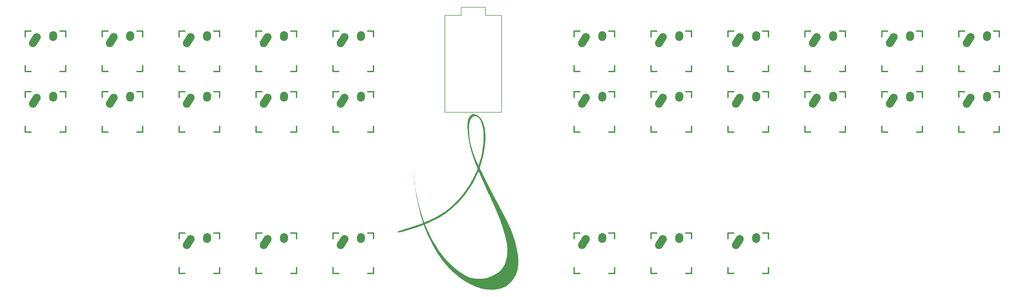
<source format=gbr>
G04 #@! TF.GenerationSoftware,KiCad,Pcbnew,7.0.11*
G04 #@! TF.CreationDate,2024-06-12T14:29:07-04:00*
G04 #@! TF.ProjectId,StenoBoard,5374656e-6f42-46f6-9172-642e6b696361,rev?*
G04 #@! TF.SameCoordinates,Original*
G04 #@! TF.FileFunction,Legend,Top*
G04 #@! TF.FilePolarity,Positive*
%FSLAX46Y46*%
G04 Gerber Fmt 4.6, Leading zero omitted, Abs format (unit mm)*
G04 Created by KiCad (PCBNEW 7.0.11) date 2024-06-12 14:29:07*
%MOMM*%
%LPD*%
G01*
G04 APERTURE LIST*
G04 Aperture macros list*
%AMHorizOval*
0 Thick line with rounded ends*
0 $1 width*
0 $2 $3 position (X,Y) of the first rounded end (center of the circle)*
0 $4 $5 position (X,Y) of the second rounded end (center of the circle)*
0 Add line between two ends*
20,1,$1,$2,$3,$4,$5,0*
0 Add two circle primitives to create the rounded ends*
1,1,$1,$2,$3*
1,1,$1,$4,$5*%
G04 Aperture macros list end*
%ADD10C,0.381000*%
%ADD11C,0.150000*%
%ADD12HorizOval,2.500000X-0.604462X-0.948815X0.604462X0.948815X0*%
%ADD13HorizOval,2.500000X-0.019724X-0.289328X0.019724X0.289328X0*%
G04 APERTURE END LIST*
D10*
X247730000Y-93690000D02*
X249508000Y-93690000D01*
X247730000Y-95468000D02*
X247730000Y-93690000D01*
X247730000Y-106390000D02*
X247730000Y-104612000D01*
X249508000Y-106390000D02*
X247730000Y-106390000D01*
X258652000Y-93690000D02*
X260430000Y-93690000D01*
X260430000Y-93690000D02*
X260430000Y-95468000D01*
X260430000Y-104612000D02*
X260430000Y-106390000D01*
X260430000Y-106390000D02*
X258652000Y-106390000D01*
X51435000Y-112740000D02*
X53213000Y-112740000D01*
X51435000Y-114518000D02*
X51435000Y-112740000D01*
X51435000Y-125440000D02*
X51435000Y-123662000D01*
X53213000Y-125440000D02*
X51435000Y-125440000D01*
X62357000Y-112740000D02*
X64135000Y-112740000D01*
X64135000Y-112740000D02*
X64135000Y-114518000D01*
X64135000Y-123662000D02*
X64135000Y-125440000D01*
X64135000Y-125440000D02*
X62357000Y-125440000D01*
X223600000Y-157190000D02*
X225378000Y-157190000D01*
X223600000Y-158968000D02*
X223600000Y-157190000D01*
X223600000Y-169890000D02*
X223600000Y-168112000D01*
X225378000Y-169890000D02*
X223600000Y-169890000D01*
X234522000Y-157190000D02*
X236300000Y-157190000D01*
X236300000Y-157190000D02*
X236300000Y-158968000D01*
X236300000Y-168112000D02*
X236300000Y-169890000D01*
X236300000Y-169890000D02*
X234522000Y-169890000D01*
X344250000Y-112740000D02*
X346028000Y-112740000D01*
X344250000Y-114518000D02*
X344250000Y-112740000D01*
X344250000Y-125440000D02*
X344250000Y-123662000D01*
X346028000Y-125440000D02*
X344250000Y-125440000D01*
X355172000Y-112740000D02*
X356950000Y-112740000D01*
X356950000Y-112740000D02*
X356950000Y-114518000D01*
X356950000Y-123662000D02*
X356950000Y-125440000D01*
X356950000Y-125440000D02*
X355172000Y-125440000D01*
X295990000Y-93690000D02*
X297768000Y-93690000D01*
X295990000Y-95468000D02*
X295990000Y-93690000D01*
X295990000Y-106390000D02*
X295990000Y-104612000D01*
X297768000Y-106390000D02*
X295990000Y-106390000D01*
X306912000Y-93690000D02*
X308690000Y-93690000D01*
X308690000Y-93690000D02*
X308690000Y-95468000D01*
X308690000Y-104612000D02*
X308690000Y-106390000D01*
X308690000Y-106390000D02*
X306912000Y-106390000D01*
X247730000Y-157190000D02*
X249508000Y-157190000D01*
X247730000Y-158968000D02*
X247730000Y-157190000D01*
X247730000Y-169890000D02*
X247730000Y-168112000D01*
X249508000Y-169890000D02*
X247730000Y-169890000D01*
X258652000Y-157190000D02*
X260430000Y-157190000D01*
X260430000Y-157190000D02*
X260430000Y-158968000D01*
X260430000Y-168112000D02*
X260430000Y-169890000D01*
X260430000Y-169890000D02*
X258652000Y-169890000D01*
X320120000Y-93690000D02*
X321898000Y-93690000D01*
X320120000Y-95468000D02*
X320120000Y-93690000D01*
X320120000Y-106390000D02*
X320120000Y-104612000D01*
X321898000Y-106390000D02*
X320120000Y-106390000D01*
X331042000Y-93690000D02*
X332820000Y-93690000D01*
X332820000Y-93690000D02*
X332820000Y-95468000D01*
X332820000Y-104612000D02*
X332820000Y-106390000D01*
X332820000Y-106390000D02*
X331042000Y-106390000D01*
X123825000Y-93690000D02*
X125603000Y-93690000D01*
X123825000Y-95468000D02*
X123825000Y-93690000D01*
X123825000Y-106390000D02*
X123825000Y-104612000D01*
X125603000Y-106390000D02*
X123825000Y-106390000D01*
X134747000Y-93690000D02*
X136525000Y-93690000D01*
X136525000Y-93690000D02*
X136525000Y-95468000D01*
X136525000Y-104612000D02*
X136525000Y-106390000D01*
X136525000Y-106390000D02*
X134747000Y-106390000D01*
X247730000Y-112740000D02*
X249508000Y-112740000D01*
X247730000Y-114518000D02*
X247730000Y-112740000D01*
X247730000Y-125440000D02*
X247730000Y-123662000D01*
X249508000Y-125440000D02*
X247730000Y-125440000D01*
X258652000Y-112740000D02*
X260430000Y-112740000D01*
X260430000Y-112740000D02*
X260430000Y-114518000D01*
X260430000Y-123662000D02*
X260430000Y-125440000D01*
X260430000Y-125440000D02*
X258652000Y-125440000D01*
X99695000Y-112740000D02*
X101473000Y-112740000D01*
X99695000Y-114518000D02*
X99695000Y-112740000D01*
X99695000Y-125440000D02*
X99695000Y-123662000D01*
X101473000Y-125440000D02*
X99695000Y-125440000D01*
X110617000Y-112740000D02*
X112395000Y-112740000D01*
X112395000Y-112740000D02*
X112395000Y-114518000D01*
X112395000Y-123662000D02*
X112395000Y-125440000D01*
X112395000Y-125440000D02*
X110617000Y-125440000D01*
X123825000Y-157190000D02*
X125603000Y-157190000D01*
X123825000Y-158968000D02*
X123825000Y-157190000D01*
X123825000Y-169890000D02*
X123825000Y-168112000D01*
X125603000Y-169890000D02*
X123825000Y-169890000D01*
X134747000Y-157190000D02*
X136525000Y-157190000D01*
X136525000Y-157190000D02*
X136525000Y-158968000D01*
X136525000Y-168112000D02*
X136525000Y-169890000D01*
X136525000Y-169890000D02*
X134747000Y-169890000D01*
X99695000Y-93690000D02*
X101473000Y-93690000D01*
X99695000Y-95468000D02*
X99695000Y-93690000D01*
X99695000Y-106390000D02*
X99695000Y-104612000D01*
X101473000Y-106390000D02*
X99695000Y-106390000D01*
X110617000Y-93690000D02*
X112395000Y-93690000D01*
X112395000Y-93690000D02*
X112395000Y-95468000D01*
X112395000Y-104612000D02*
X112395000Y-106390000D01*
X112395000Y-106390000D02*
X110617000Y-106390000D01*
X271860000Y-112740000D02*
X273638000Y-112740000D01*
X271860000Y-114518000D02*
X271860000Y-112740000D01*
X271860000Y-125440000D02*
X271860000Y-123662000D01*
X273638000Y-125440000D02*
X271860000Y-125440000D01*
X282782000Y-112740000D02*
X284560000Y-112740000D01*
X284560000Y-112740000D02*
X284560000Y-114518000D01*
X284560000Y-123662000D02*
X284560000Y-125440000D01*
X284560000Y-125440000D02*
X282782000Y-125440000D01*
X51435000Y-93690000D02*
X53213000Y-93690000D01*
X51435000Y-95468000D02*
X51435000Y-93690000D01*
X51435000Y-106390000D02*
X51435000Y-104612000D01*
X53213000Y-106390000D02*
X51435000Y-106390000D01*
X62357000Y-93690000D02*
X64135000Y-93690000D01*
X64135000Y-93690000D02*
X64135000Y-95468000D01*
X64135000Y-104612000D02*
X64135000Y-106390000D01*
X64135000Y-106390000D02*
X62357000Y-106390000D01*
X223600000Y-112740000D02*
X225378000Y-112740000D01*
X223600000Y-114518000D02*
X223600000Y-112740000D01*
X223600000Y-125440000D02*
X223600000Y-123662000D01*
X225378000Y-125440000D02*
X223600000Y-125440000D01*
X234522000Y-112740000D02*
X236300000Y-112740000D01*
X236300000Y-112740000D02*
X236300000Y-114518000D01*
X236300000Y-123662000D02*
X236300000Y-125440000D01*
X236300000Y-125440000D02*
X234522000Y-125440000D01*
X320120000Y-112740000D02*
X321898000Y-112740000D01*
X320120000Y-114518000D02*
X320120000Y-112740000D01*
X320120000Y-125440000D02*
X320120000Y-123662000D01*
X321898000Y-125440000D02*
X320120000Y-125440000D01*
X331042000Y-112740000D02*
X332820000Y-112740000D01*
X332820000Y-112740000D02*
X332820000Y-114518000D01*
X332820000Y-123662000D02*
X332820000Y-125440000D01*
X332820000Y-125440000D02*
X331042000Y-125440000D01*
D11*
X195859400Y-86233000D02*
X195859400Y-88773000D01*
X188239400Y-86233000D02*
X195859400Y-86233000D01*
X200939400Y-88773000D02*
X200939400Y-119253000D01*
X195859400Y-88773000D02*
X200939400Y-88773000D01*
X188239400Y-88773000D02*
X188239400Y-86233000D01*
X183159400Y-88773000D02*
X188239400Y-88773000D01*
X183159400Y-88773000D02*
X183159400Y-119253000D01*
X200939400Y-119253000D02*
X183159400Y-119253000D01*
G36*
X173315243Y-137229283D02*
G01*
X173320989Y-137304610D01*
X173311438Y-137321662D01*
X173289532Y-137307287D01*
X173286124Y-137258403D01*
X173297894Y-137206974D01*
X173315243Y-137229283D01*
G37*
G36*
X173313334Y-137483987D02*
G01*
X173315719Y-137492274D01*
X173322775Y-137597262D01*
X173313933Y-137636866D01*
X173298111Y-137638468D01*
X173291648Y-137563017D01*
X173291715Y-137551603D01*
X173298664Y-137476851D01*
X173313334Y-137483987D01*
G37*
G36*
X173365101Y-138070387D02*
G01*
X173373030Y-138212926D01*
X173364444Y-138311374D01*
X173353155Y-138330768D01*
X173345879Y-138267620D01*
X173344301Y-138178169D01*
X173347908Y-138068812D01*
X173356544Y-138036826D01*
X173365101Y-138070387D01*
G37*
G36*
X192276048Y-119828932D02*
G01*
X192416611Y-119849016D01*
X192570512Y-119891147D01*
X192763275Y-119962131D01*
X192986130Y-120054213D01*
X193417352Y-120256243D01*
X193775184Y-120471848D01*
X194076266Y-120717150D01*
X194337239Y-121008270D01*
X194574744Y-121361327D01*
X194805422Y-121792444D01*
X194827680Y-121838242D01*
X195114431Y-122493654D01*
X195348719Y-123167625D01*
X195533339Y-123873439D01*
X195671087Y-124624379D01*
X195764757Y-125433730D01*
X195817145Y-126314775D01*
X195824826Y-126577386D01*
X195829437Y-127335512D01*
X195806583Y-128088217D01*
X195754620Y-128852052D01*
X195671902Y-129643569D01*
X195556787Y-130479323D01*
X195407628Y-131375865D01*
X195280407Y-132057106D01*
X195134299Y-132754517D01*
X194957952Y-133504685D01*
X194759761Y-134275836D01*
X194548121Y-135036198D01*
X194331426Y-135753997D01*
X194185300Y-136202077D01*
X194022426Y-136684051D01*
X194408766Y-137479307D01*
X194561380Y-137792180D01*
X194744251Y-138164957D01*
X194952357Y-138587551D01*
X195180677Y-139049876D01*
X195424189Y-139541847D01*
X195677873Y-140053376D01*
X195936707Y-140574377D01*
X196195669Y-141094765D01*
X196449739Y-141604454D01*
X196693894Y-142093357D01*
X196923114Y-142551388D01*
X197132377Y-142968461D01*
X197316662Y-143334490D01*
X197470948Y-143639388D01*
X197590212Y-143873070D01*
X197636077Y-143961850D01*
X198029132Y-144717508D01*
X198401960Y-145433914D01*
X198750115Y-146102529D01*
X199069148Y-146714818D01*
X199354613Y-147262242D01*
X199602062Y-147736264D01*
X199694954Y-147914032D01*
X200026133Y-148546482D01*
X200338170Y-149140199D01*
X200628210Y-149689841D01*
X200893398Y-150190067D01*
X201130881Y-150635538D01*
X201337804Y-151020913D01*
X201511311Y-151340851D01*
X201648550Y-151590011D01*
X201746664Y-151763053D01*
X201794435Y-151842115D01*
X201855473Y-151947159D01*
X201946867Y-152117843D01*
X202057484Y-152332800D01*
X202176187Y-152570661D01*
X202208829Y-152637372D01*
X202319757Y-152861263D01*
X202417863Y-153052087D01*
X202494707Y-153193963D01*
X202541850Y-153271011D01*
X202550456Y-153280103D01*
X202566032Y-153326736D01*
X202559661Y-153340350D01*
X202568560Y-153381387D01*
X202586303Y-153384430D01*
X202619148Y-153412458D01*
X202612946Y-153428511D01*
X202613163Y-153482051D01*
X202622884Y-153488758D01*
X202658726Y-153537360D01*
X202721354Y-153652408D01*
X202799076Y-153811964D01*
X202824121Y-153866404D01*
X202906365Y-154038468D01*
X202979711Y-154175760D01*
X203031344Y-154254752D01*
X203040277Y-154263294D01*
X203063558Y-154295394D01*
X203050326Y-154299442D01*
X203039340Y-154328983D01*
X203061957Y-154364861D01*
X203092532Y-154435141D01*
X203083924Y-154461256D01*
X203089741Y-154490123D01*
X203111286Y-154492969D01*
X203149061Y-154519070D01*
X203143117Y-154537050D01*
X203151364Y-154589982D01*
X203166513Y-154598011D01*
X203209873Y-154653734D01*
X203225267Y-154722621D01*
X203246067Y-154807045D01*
X203271323Y-154830351D01*
X203302286Y-154862951D01*
X203301729Y-154866499D01*
X203316636Y-154925741D01*
X203362965Y-155045444D01*
X203427147Y-155191831D01*
X203522013Y-155405322D01*
X203632616Y-155665954D01*
X203754069Y-155961015D01*
X203881487Y-156277795D01*
X204009982Y-156603583D01*
X204134667Y-156925668D01*
X204250657Y-157231340D01*
X204353064Y-157507886D01*
X204437002Y-157742597D01*
X204497584Y-157922761D01*
X204529924Y-158035667D01*
X204532956Y-158068213D01*
X204545296Y-158104822D01*
X204564707Y-158107770D01*
X204599359Y-158142713D01*
X204593162Y-158180066D01*
X204592161Y-158242128D01*
X204612104Y-158252362D01*
X204653146Y-158280234D01*
X204653082Y-158288510D01*
X204659106Y-158360806D01*
X204681444Y-158439445D01*
X204682888Y-158445151D01*
X204702461Y-158502010D01*
X204704649Y-158505398D01*
X204722486Y-158556182D01*
X204730901Y-158589743D01*
X204753654Y-158664855D01*
X204800979Y-158806403D01*
X204864682Y-158990168D01*
X204902077Y-159095816D01*
X204971146Y-159295542D01*
X205027438Y-159469480D01*
X205062780Y-159591839D01*
X205070093Y-159625986D01*
X205088702Y-159716362D01*
X205126147Y-159870192D01*
X205175208Y-160058125D01*
X205188704Y-160107960D01*
X205239991Y-160298573D01*
X205282409Y-160461142D01*
X205308511Y-160566986D01*
X205311718Y-160581734D01*
X205341958Y-160704571D01*
X205360396Y-160767272D01*
X205393619Y-160900975D01*
X205405215Y-160968261D01*
X205447787Y-161218348D01*
X205500829Y-161431231D01*
X205523515Y-161498249D01*
X205549473Y-161593790D01*
X205546014Y-161638635D01*
X205545253Y-161694481D01*
X205574241Y-161794084D01*
X205619488Y-161945294D01*
X205646214Y-162077903D01*
X205693937Y-162351475D01*
X205739474Y-162533727D01*
X205763997Y-162635782D01*
X205790308Y-162773885D01*
X205791820Y-162782912D01*
X205827876Y-162997775D01*
X205857332Y-163164480D01*
X205888693Y-163330071D01*
X205913787Y-163457675D01*
X205948099Y-163642659D01*
X205976935Y-163818360D01*
X205987136Y-163891451D01*
X206007519Y-164050941D01*
X206031984Y-164235049D01*
X206037706Y-164277030D01*
X206059992Y-164440067D01*
X206079335Y-164582567D01*
X206083621Y-164614411D01*
X206141915Y-165185383D01*
X206171446Y-165794908D01*
X206173067Y-166420440D01*
X206147632Y-167039432D01*
X206095994Y-167629337D01*
X206019007Y-168167608D01*
X205933921Y-168569094D01*
X205893019Y-168734222D01*
X205860468Y-168872573D01*
X205848020Y-168930574D01*
X205819574Y-169048569D01*
X205804631Y-169096764D01*
X205779973Y-169171275D01*
X205733714Y-169314555D01*
X205673299Y-169503457D01*
X205627899Y-169646253D01*
X205498165Y-170023403D01*
X205354524Y-170371288D01*
X205185240Y-170712871D01*
X204978577Y-171071113D01*
X204722798Y-171468976D01*
X204614047Y-171629822D01*
X204500216Y-171794984D01*
X204401780Y-171932124D01*
X204306205Y-172055616D01*
X204200953Y-172179834D01*
X204073491Y-172319155D01*
X203911283Y-172487952D01*
X203701793Y-172700601D01*
X203526152Y-172877369D01*
X203222406Y-173179505D01*
X202968045Y-173422667D01*
X202746856Y-173618515D01*
X202542628Y-173778707D01*
X202339149Y-173914902D01*
X202120205Y-174038760D01*
X201869586Y-174161940D01*
X201571078Y-174296100D01*
X201525962Y-174315803D01*
X200917933Y-174544211D01*
X200234660Y-174734050D01*
X199490812Y-174881506D01*
X199167327Y-174929416D01*
X199027726Y-174943542D01*
X198828591Y-174957655D01*
X198587682Y-174971131D01*
X198322759Y-174983348D01*
X198051585Y-174993681D01*
X197791920Y-175001506D01*
X197561525Y-175006201D01*
X197378161Y-175007141D01*
X197259589Y-175003702D01*
X197223611Y-174997673D01*
X197174059Y-174991794D01*
X197046427Y-174982645D01*
X196858930Y-174971386D01*
X196629781Y-174959176D01*
X196579992Y-174956694D01*
X196335644Y-174943790D01*
X196120491Y-174930826D01*
X195955881Y-174919201D01*
X195863166Y-174910314D01*
X195857032Y-174909349D01*
X195751274Y-174890235D01*
X195605307Y-174863606D01*
X195573590Y-174857793D01*
X195415802Y-174829112D01*
X195277656Y-174804421D01*
X195260307Y-174801376D01*
X195120331Y-174771018D01*
X194916465Y-174719628D01*
X194676800Y-174655023D01*
X194429424Y-174585016D01*
X194202425Y-174517423D01*
X194023892Y-174460059D01*
X193986938Y-174447084D01*
X193838524Y-174395380D01*
X193629118Y-174324932D01*
X193389636Y-174246054D01*
X193207887Y-174187246D01*
X192936054Y-174094305D01*
X192642817Y-173984790D01*
X192372391Y-173875580D01*
X192243940Y-173819266D01*
X191996670Y-173704227D01*
X191727486Y-173575790D01*
X191450331Y-173440968D01*
X191179148Y-173306771D01*
X190927880Y-173180209D01*
X190710468Y-173068293D01*
X190540855Y-172978034D01*
X190432984Y-172916441D01*
X190400408Y-172892305D01*
X190345612Y-172856241D01*
X190342736Y-172856157D01*
X190291834Y-172832774D01*
X190176154Y-172769514D01*
X190013203Y-172676711D01*
X189820490Y-172564698D01*
X189615520Y-172443809D01*
X189415802Y-172324377D01*
X189238843Y-172216736D01*
X189102150Y-172131219D01*
X189023231Y-172078160D01*
X189018751Y-172074687D01*
X188964860Y-172034919D01*
X188846604Y-171949572D01*
X188678224Y-171828862D01*
X188473959Y-171683006D01*
X188319890Y-171573295D01*
X187444510Y-170918028D01*
X186559583Y-170193667D01*
X185688983Y-169421535D01*
X184856582Y-168622953D01*
X184086255Y-167819244D01*
X183956459Y-167676154D01*
X183787999Y-167488889D01*
X183635839Y-167319968D01*
X183515220Y-167186292D01*
X183441378Y-167104764D01*
X183435012Y-167097786D01*
X183341936Y-166990742D01*
X183202847Y-166824203D01*
X183031028Y-166614677D01*
X182839760Y-166378671D01*
X182642324Y-166132692D01*
X182452002Y-165893246D01*
X182282076Y-165676841D01*
X182145827Y-165499983D01*
X182096128Y-165433766D01*
X181103329Y-164018209D01*
X180163872Y-162525208D01*
X179277313Y-160953929D01*
X178443209Y-159303532D01*
X177661117Y-157573183D01*
X176930594Y-155762044D01*
X176815048Y-155455555D01*
X176497409Y-154604841D01*
X175962254Y-154817191D01*
X175672601Y-154927522D01*
X175304042Y-155060619D01*
X174870164Y-155212094D01*
X174384552Y-155377554D01*
X173860792Y-155552610D01*
X173312468Y-155732871D01*
X172753166Y-155913946D01*
X172196471Y-156091445D01*
X171655969Y-156260977D01*
X171145245Y-156418151D01*
X170677884Y-156558578D01*
X170267472Y-156677866D01*
X169927593Y-156771625D01*
X169860307Y-156789251D01*
X169575753Y-156856631D01*
X169281186Y-156915859D01*
X169010608Y-156960686D01*
X168798024Y-156984859D01*
X168795311Y-156985041D01*
X168593856Y-156996846D01*
X168465689Y-156996953D01*
X168388008Y-156981329D01*
X168338012Y-156945937D01*
X168300352Y-156897442D01*
X168254044Y-156822361D01*
X168262292Y-156776065D01*
X168339107Y-156731839D01*
X168401401Y-156704803D01*
X168535650Y-156652742D01*
X168725056Y-156585755D01*
X168932527Y-156516881D01*
X168968656Y-156505376D01*
X169669094Y-156282881D01*
X170369043Y-156058481D01*
X171060652Y-155834807D01*
X171736068Y-155614487D01*
X172387442Y-155400151D01*
X173006920Y-155194427D01*
X173586652Y-154999945D01*
X174118786Y-154819334D01*
X174595471Y-154655222D01*
X175008855Y-154510240D01*
X175216326Y-154435538D01*
X176938480Y-154435538D01*
X176942567Y-154494984D01*
X176984908Y-154631934D01*
X177061468Y-154837269D01*
X177168215Y-155101870D01*
X177301116Y-155416616D01*
X177456136Y-155772389D01*
X177629244Y-156160067D01*
X177816405Y-156570532D01*
X178013587Y-156994664D01*
X178216757Y-157423343D01*
X178421880Y-157847450D01*
X178624924Y-158257864D01*
X178658462Y-158324658D01*
X179095049Y-159163675D01*
X179560786Y-160005924D01*
X180047080Y-160837828D01*
X180545337Y-161645809D01*
X181046963Y-162416287D01*
X181543365Y-163135685D01*
X182025949Y-163790425D01*
X182471412Y-164349326D01*
X182600217Y-164505276D01*
X182743772Y-164681328D01*
X182806461Y-164759003D01*
X182979497Y-164964754D01*
X183209736Y-165224081D01*
X183484645Y-165524011D01*
X183791692Y-165851569D01*
X184118345Y-166193782D01*
X184452073Y-166537675D01*
X184780342Y-166870274D01*
X185090621Y-167178606D01*
X185370377Y-167449696D01*
X185607079Y-167670571D01*
X185692915Y-167747239D01*
X186750691Y-168630046D01*
X187825220Y-169435277D01*
X188942386Y-170181315D01*
X190054994Y-170845309D01*
X190183968Y-170909723D01*
X190356428Y-170984420D01*
X190551020Y-171061601D01*
X190746387Y-171133467D01*
X190921173Y-171192220D01*
X191054023Y-171230059D01*
X191123582Y-171239188D01*
X191127814Y-171237100D01*
X191183646Y-171236353D01*
X191283244Y-171265347D01*
X191426702Y-171308450D01*
X191587890Y-171342140D01*
X191591162Y-171342645D01*
X191746298Y-171367144D01*
X191881766Y-171389787D01*
X191886493Y-171390618D01*
X192036306Y-171416504D01*
X192127480Y-171431842D01*
X192217822Y-171449781D01*
X192247973Y-171460559D01*
X192291601Y-171471974D01*
X192424241Y-171488453D01*
X192648531Y-171510290D01*
X192872196Y-171529828D01*
X193042339Y-171547334D01*
X193171254Y-171566410D01*
X193232025Y-171583042D01*
X193232672Y-171583613D01*
X193267889Y-171573579D01*
X193275279Y-171557541D01*
X193322121Y-171529347D01*
X193343444Y-171537548D01*
X193405351Y-171548616D01*
X193539897Y-171558156D01*
X193727369Y-171565931D01*
X193948052Y-171571700D01*
X194182232Y-171575225D01*
X194410195Y-171576267D01*
X194612227Y-171574588D01*
X194768612Y-171569947D01*
X194859638Y-171562107D01*
X194874720Y-171556105D01*
X194918303Y-171542754D01*
X195030737Y-171534946D01*
X195139806Y-171534052D01*
X195284957Y-171528917D01*
X195381245Y-171512185D01*
X195404899Y-171495059D01*
X195434805Y-171474171D01*
X195452029Y-171481873D01*
X195521939Y-171485759D01*
X195648825Y-171463687D01*
X195737022Y-171440362D01*
X195876634Y-171404944D01*
X195974753Y-171391272D01*
X196001097Y-171395935D01*
X196060992Y-171401159D01*
X196113731Y-171384813D01*
X196210809Y-171345600D01*
X196248353Y-171332307D01*
X196472294Y-171260608D01*
X196687310Y-171189680D01*
X196868876Y-171127793D01*
X196992465Y-171083212D01*
X197019510Y-171072363D01*
X197278412Y-170962056D01*
X197459197Y-170887760D01*
X197571523Y-170845646D01*
X197625049Y-170831884D01*
X197625983Y-170831869D01*
X197686216Y-170809062D01*
X197800806Y-170750050D01*
X197909040Y-170688527D01*
X198037966Y-170617156D01*
X198126113Y-170577245D01*
X198152148Y-170575504D01*
X198181756Y-170571316D01*
X198240404Y-170525951D01*
X198318363Y-170476747D01*
X198360898Y-170478316D01*
X198390553Y-170473730D01*
X198393135Y-170454323D01*
X198424015Y-170401248D01*
X198439191Y-170398093D01*
X198504236Y-170372963D01*
X198613791Y-170309700D01*
X198663584Y-170277071D01*
X198775018Y-170208988D01*
X198850020Y-170177137D01*
X198864252Y-170178381D01*
X198910944Y-170167620D01*
X198957027Y-170130269D01*
X199032586Y-170084560D01*
X199071783Y-170087211D01*
X199113029Y-170078460D01*
X199116095Y-170060711D01*
X199145454Y-170029281D01*
X199164292Y-170036613D01*
X199208907Y-170037475D01*
X199212489Y-170023503D01*
X199251021Y-169973893D01*
X199343809Y-169914339D01*
X199345032Y-169913720D01*
X199463925Y-169846292D01*
X199615883Y-169749961D01*
X199780962Y-169638755D01*
X199939219Y-169526701D01*
X200070711Y-169427830D01*
X200155494Y-169356167D01*
X200176436Y-169328904D01*
X200215599Y-169293958D01*
X200248732Y-169289554D01*
X200311953Y-169250751D01*
X200321028Y-169214413D01*
X200340523Y-169161796D01*
X200360628Y-169163747D01*
X200415403Y-169149655D01*
X200487611Y-169085244D01*
X200546025Y-169003404D01*
X200562015Y-168951621D01*
X200601061Y-168909348D01*
X200634311Y-168903975D01*
X200698470Y-168879267D01*
X200706607Y-168858261D01*
X200736718Y-168795621D01*
X200810807Y-168700532D01*
X200827100Y-168682532D01*
X200907228Y-168578724D01*
X200946724Y-168493529D01*
X200947594Y-168484415D01*
X200972881Y-168440181D01*
X200995791Y-168446100D01*
X201037053Y-168435174D01*
X201043988Y-168400747D01*
X201075178Y-168309550D01*
X201128334Y-168236455D01*
X201277017Y-168067334D01*
X201351306Y-167952086D01*
X201355881Y-167889581D01*
X201368111Y-167850191D01*
X201402624Y-167843633D01*
X201468332Y-167806299D01*
X201477764Y-167771337D01*
X201503790Y-167707198D01*
X201525962Y-167699041D01*
X201565121Y-167658674D01*
X201574159Y-167602647D01*
X201592011Y-167524292D01*
X201616735Y-167506252D01*
X201659471Y-167466385D01*
X201701663Y-167376569D01*
X201724381Y-167281476D01*
X201723964Y-167253216D01*
X201755192Y-167218194D01*
X201766949Y-167217068D01*
X201809708Y-167178030D01*
X201815146Y-167144772D01*
X201841171Y-167080632D01*
X201863343Y-167072476D01*
X201903858Y-167032567D01*
X201911541Y-166985721D01*
X201942056Y-166878808D01*
X201969377Y-166841129D01*
X201996998Y-166792487D01*
X201981427Y-166782554D01*
X201969980Y-166762833D01*
X201989754Y-166746406D01*
X202019909Y-166691121D01*
X202069093Y-166563024D01*
X202131054Y-166382322D01*
X202199543Y-166169225D01*
X202268309Y-165943940D01*
X202331099Y-165726675D01*
X202381665Y-165537639D01*
X202413755Y-165397041D01*
X202420704Y-165353194D01*
X202440214Y-165224994D01*
X202462246Y-165112207D01*
X202519009Y-164811120D01*
X202571984Y-164440219D01*
X202607867Y-164132438D01*
X202629202Y-163938984D01*
X202650712Y-163749175D01*
X202659403Y-163674563D01*
X202672076Y-163502934D01*
X202680169Y-163256477D01*
X202683897Y-162956644D01*
X202683471Y-162624881D01*
X202679104Y-162282639D01*
X202671010Y-161951367D01*
X202659402Y-161652512D01*
X202644491Y-161407525D01*
X202635965Y-161312893D01*
X202596005Y-160943963D01*
X202558584Y-160619527D01*
X202525113Y-160350539D01*
X202496998Y-160147950D01*
X202475648Y-160022712D01*
X202465493Y-159986954D01*
X202444299Y-159921495D01*
X202419625Y-159806006D01*
X202418246Y-159798272D01*
X202393670Y-159677528D01*
X202351429Y-159488270D01*
X202297277Y-159254560D01*
X202236973Y-159000463D01*
X202176272Y-158750042D01*
X202120932Y-158527363D01*
X202076708Y-158356488D01*
X202054194Y-158276461D01*
X202026217Y-158177994D01*
X201980107Y-158007619D01*
X201921595Y-157786826D01*
X201856408Y-157537100D01*
X201835724Y-157457106D01*
X201682191Y-156881773D01*
X201520064Y-156315819D01*
X201343073Y-155739415D01*
X201144948Y-155132729D01*
X200919418Y-154475929D01*
X200685169Y-153818206D01*
X200576954Y-153517497D01*
X200469531Y-153217148D01*
X200371456Y-152941214D01*
X200291285Y-152713749D01*
X200247968Y-152589174D01*
X200166973Y-152367702D01*
X200050825Y-152070168D01*
X199904476Y-151708166D01*
X199732876Y-151293288D01*
X199540978Y-150837129D01*
X199333734Y-150351281D01*
X199116095Y-149847339D01*
X198893014Y-149336896D01*
X198669441Y-148831545D01*
X198450330Y-148342879D01*
X198240631Y-147882493D01*
X198199660Y-147793539D01*
X197851529Y-147037940D01*
X197499041Y-146270425D01*
X197145781Y-145498923D01*
X196795334Y-144731361D01*
X196451284Y-143975666D01*
X196117216Y-143239767D01*
X195796715Y-142531590D01*
X195493365Y-141859064D01*
X195210752Y-141230117D01*
X194952461Y-140652675D01*
X194722075Y-140134666D01*
X194523180Y-139684019D01*
X194359360Y-139308661D01*
X194287622Y-139142115D01*
X194142471Y-138804359D01*
X194008588Y-138495322D01*
X193890881Y-138226133D01*
X193794255Y-138007919D01*
X193723616Y-137851808D01*
X193683868Y-137768926D01*
X193677790Y-137758845D01*
X193649686Y-137789775D01*
X193591422Y-137896393D01*
X193509547Y-138065254D01*
X193410609Y-138282914D01*
X193313884Y-138505903D01*
X192604206Y-140053878D01*
X191812511Y-141551737D01*
X190940293Y-142997506D01*
X189989048Y-144389210D01*
X188960270Y-145724878D01*
X187855454Y-147002533D01*
X186676095Y-148220203D01*
X185423687Y-149375914D01*
X184488201Y-150159990D01*
X183803643Y-150692531D01*
X183110422Y-151193074D01*
X182396836Y-151668394D01*
X181651184Y-152125268D01*
X180861766Y-152570471D01*
X180016879Y-153010780D01*
X179104823Y-153452970D01*
X178113897Y-153903817D01*
X177740573Y-154067388D01*
X177487547Y-154178337D01*
X177265789Y-154277646D01*
X177090287Y-154358435D01*
X176976026Y-154413827D01*
X176938480Y-154435538D01*
X175216326Y-154435538D01*
X175351087Y-154387016D01*
X175614314Y-154288179D01*
X175740383Y-154237820D01*
X175837914Y-154198116D01*
X175884975Y-154180198D01*
X175940280Y-154158487D01*
X176051555Y-154112589D01*
X176107906Y-154088984D01*
X176306738Y-154005336D01*
X176162169Y-153562341D01*
X175526460Y-151473889D01*
X174964953Y-149334426D01*
X174481116Y-147158425D01*
X174078414Y-144960359D01*
X174030136Y-144660711D01*
X173967148Y-144246446D01*
X173902360Y-143789486D01*
X173836865Y-143300042D01*
X173771754Y-142788324D01*
X173708119Y-142264542D01*
X173647049Y-141738908D01*
X173589637Y-141221630D01*
X173536975Y-140722919D01*
X173490152Y-140252987D01*
X173450262Y-139822041D01*
X173418394Y-139440294D01*
X173395640Y-139117955D01*
X173383092Y-138865235D01*
X173381840Y-138692344D01*
X173386206Y-138636043D01*
X173394873Y-138646175D01*
X173409580Y-138740726D01*
X173429028Y-138908002D01*
X173451919Y-139136308D01*
X173476955Y-139413949D01*
X173490550Y-139575891D01*
X173643247Y-141128115D01*
X173849575Y-142729969D01*
X174105095Y-144354142D01*
X174405369Y-145973325D01*
X174745961Y-147560204D01*
X174880639Y-148130920D01*
X175003942Y-148616911D01*
X175153100Y-149166138D01*
X175322486Y-149760416D01*
X175506470Y-150381559D01*
X175699424Y-151011382D01*
X175895721Y-151631701D01*
X176089731Y-152224329D01*
X176275826Y-152771081D01*
X176448378Y-153253773D01*
X176547421Y-153516332D01*
X176682477Y-153865122D01*
X176874144Y-153774397D01*
X176973279Y-153729264D01*
X177145484Y-153652773D01*
X177375305Y-153551709D01*
X177647284Y-153432856D01*
X177945965Y-153303000D01*
X178102053Y-153235389D01*
X179329022Y-152676539D01*
X180468537Y-152098863D01*
X181528423Y-151498159D01*
X182516504Y-150870225D01*
X182556405Y-150843291D01*
X182920557Y-150593731D01*
X183264897Y-150351745D01*
X183575101Y-150127719D01*
X183836847Y-149932043D01*
X184035812Y-149775103D01*
X184078524Y-149739344D01*
X184156438Y-149673662D01*
X184292650Y-149559622D01*
X184471314Y-149410459D01*
X184676580Y-149239413D01*
X184799915Y-149136779D01*
X185067985Y-148905265D01*
X185385107Y-148617384D01*
X185735764Y-148288341D01*
X186104438Y-147933342D01*
X186475612Y-147567592D01*
X186833767Y-147206297D01*
X187163387Y-146864663D01*
X187448954Y-146557895D01*
X187572503Y-146419914D01*
X187792952Y-146169314D01*
X187961622Y-145976935D01*
X188090458Y-145828673D01*
X188191411Y-145710426D01*
X188276428Y-145608092D01*
X188357458Y-145507569D01*
X188446448Y-145394752D01*
X188511698Y-145311375D01*
X188632598Y-145158065D01*
X188731416Y-145035233D01*
X188792937Y-144961688D01*
X188804139Y-144949895D01*
X188843155Y-144903267D01*
X188925130Y-144797476D01*
X189036126Y-144651169D01*
X189162205Y-144482994D01*
X189289426Y-144311599D01*
X189403852Y-144155630D01*
X189491544Y-144033735D01*
X189524823Y-143985758D01*
X189614139Y-143858103D01*
X189674685Y-143775532D01*
X189736962Y-143688798D01*
X189833995Y-143548854D01*
X189955028Y-143371716D01*
X190089306Y-143173404D01*
X190226073Y-142969933D01*
X190354574Y-142777323D01*
X190464053Y-142611591D01*
X190543755Y-142488754D01*
X190582923Y-142424831D01*
X190585165Y-142419601D01*
X190609782Y-142372122D01*
X190672849Y-142271474D01*
X190724756Y-142193014D01*
X190969528Y-141810501D01*
X191239856Y-141354477D01*
X191527176Y-140841585D01*
X191822926Y-140288469D01*
X192118542Y-139711772D01*
X192405460Y-139128137D01*
X192675118Y-138554208D01*
X192918951Y-138006627D01*
X193093427Y-137589418D01*
X193350560Y-136952469D01*
X192788923Y-135541031D01*
X192264081Y-134162871D01*
X191806917Y-132832452D01*
X191413238Y-131533279D01*
X191078848Y-130248857D01*
X190799554Y-128962691D01*
X190571162Y-127658287D01*
X190389475Y-126319150D01*
X190346436Y-125936043D01*
X190285272Y-125343035D01*
X190238760Y-124830290D01*
X190207387Y-124393728D01*
X190665636Y-124393728D01*
X190708482Y-125710186D01*
X190821105Y-126986099D01*
X191006724Y-128241858D01*
X191268559Y-129497854D01*
X191609827Y-130774477D01*
X191741065Y-131205805D01*
X192024787Y-132059238D01*
X192350235Y-132937752D01*
X192723206Y-133856011D01*
X193149493Y-134828678D01*
X193320213Y-135201660D01*
X193451463Y-135482957D01*
X193549455Y-135685555D01*
X193619892Y-135818925D01*
X193668477Y-135892539D01*
X193700912Y-135915867D01*
X193722901Y-135898381D01*
X193729996Y-135882223D01*
X193757873Y-135797433D01*
X193806703Y-135639192D01*
X193870690Y-135426659D01*
X193944036Y-135178993D01*
X193983176Y-135045341D01*
X194125721Y-134551768D01*
X194244719Y-134126888D01*
X194345972Y-133747575D01*
X194435277Y-133390701D01*
X194518433Y-133033141D01*
X194601240Y-132651768D01*
X194684145Y-132249895D01*
X194907206Y-131033241D01*
X195077924Y-129847605D01*
X195196016Y-128700102D01*
X195261199Y-127597848D01*
X195273191Y-126547957D01*
X195231708Y-125557545D01*
X195136468Y-124633728D01*
X195015294Y-123917236D01*
X194925112Y-123535168D01*
X194803825Y-123109895D01*
X194661798Y-122672510D01*
X194509396Y-122254105D01*
X194356983Y-121885770D01*
X194290875Y-121744066D01*
X194063045Y-121350778D01*
X193798789Y-121020027D01*
X193506948Y-120756772D01*
X193196359Y-120565971D01*
X192875862Y-120452582D01*
X192554295Y-120421566D01*
X192240498Y-120477880D01*
X192119422Y-120525836D01*
X191829395Y-120690604D01*
X191579577Y-120901525D01*
X191365414Y-121166795D01*
X191182353Y-121494608D01*
X191025839Y-121893160D01*
X190891319Y-122370644D01*
X190774239Y-122935256D01*
X190771245Y-122951964D01*
X190724527Y-123237313D01*
X190692927Y-123497577D01*
X190674159Y-123763947D01*
X190665938Y-124067616D01*
X190665636Y-124393728D01*
X190207387Y-124393728D01*
X190206605Y-124382842D01*
X190188512Y-123985727D01*
X190184187Y-123623979D01*
X190193335Y-123282632D01*
X190215663Y-122946720D01*
X190250874Y-122601278D01*
X190276707Y-122393539D01*
X190335773Y-121991365D01*
X190400277Y-121660671D01*
X190476624Y-121376547D01*
X190571218Y-121114085D01*
X190654696Y-120923520D01*
X190875949Y-120539715D01*
X191146864Y-120235011D01*
X191473809Y-120002384D01*
X191505364Y-119985189D01*
X191695936Y-119892842D01*
X191856250Y-119843837D01*
X192034562Y-119825593D01*
X192123298Y-119824085D01*
X192276048Y-119828932D01*
G37*
D10*
X344250000Y-93690000D02*
X346028000Y-93690000D01*
X344250000Y-95468000D02*
X344250000Y-93690000D01*
X344250000Y-106390000D02*
X344250000Y-104612000D01*
X346028000Y-106390000D02*
X344250000Y-106390000D01*
X355172000Y-93690000D02*
X356950000Y-93690000D01*
X356950000Y-93690000D02*
X356950000Y-95468000D01*
X356950000Y-104612000D02*
X356950000Y-106390000D01*
X356950000Y-106390000D02*
X355172000Y-106390000D01*
X295990000Y-112740000D02*
X297768000Y-112740000D01*
X295990000Y-114518000D02*
X295990000Y-112740000D01*
X295990000Y-125440000D02*
X295990000Y-123662000D01*
X297768000Y-125440000D02*
X295990000Y-125440000D01*
X306912000Y-112740000D02*
X308690000Y-112740000D01*
X308690000Y-112740000D02*
X308690000Y-114518000D01*
X308690000Y-123662000D02*
X308690000Y-125440000D01*
X308690000Y-125440000D02*
X306912000Y-125440000D01*
X147955000Y-93690000D02*
X149733000Y-93690000D01*
X147955000Y-95468000D02*
X147955000Y-93690000D01*
X147955000Y-106390000D02*
X147955000Y-104612000D01*
X149733000Y-106390000D02*
X147955000Y-106390000D01*
X158877000Y-93690000D02*
X160655000Y-93690000D01*
X160655000Y-93690000D02*
X160655000Y-95468000D01*
X160655000Y-104612000D02*
X160655000Y-106390000D01*
X160655000Y-106390000D02*
X158877000Y-106390000D01*
X123825000Y-112740000D02*
X125603000Y-112740000D01*
X123825000Y-114518000D02*
X123825000Y-112740000D01*
X123825000Y-125440000D02*
X123825000Y-123662000D01*
X125603000Y-125440000D02*
X123825000Y-125440000D01*
X134747000Y-112740000D02*
X136525000Y-112740000D01*
X136525000Y-112740000D02*
X136525000Y-114518000D01*
X136525000Y-123662000D02*
X136525000Y-125440000D01*
X136525000Y-125440000D02*
X134747000Y-125440000D01*
X75565000Y-112740000D02*
X77343000Y-112740000D01*
X75565000Y-114518000D02*
X75565000Y-112740000D01*
X75565000Y-125440000D02*
X75565000Y-123662000D01*
X77343000Y-125440000D02*
X75565000Y-125440000D01*
X86487000Y-112740000D02*
X88265000Y-112740000D01*
X88265000Y-112740000D02*
X88265000Y-114518000D01*
X88265000Y-123662000D02*
X88265000Y-125440000D01*
X88265000Y-125440000D02*
X86487000Y-125440000D01*
X75565000Y-93690000D02*
X77343000Y-93690000D01*
X75565000Y-95468000D02*
X75565000Y-93690000D01*
X75565000Y-106390000D02*
X75565000Y-104612000D01*
X77343000Y-106390000D02*
X75565000Y-106390000D01*
X86487000Y-93690000D02*
X88265000Y-93690000D01*
X88265000Y-93690000D02*
X88265000Y-95468000D01*
X88265000Y-104612000D02*
X88265000Y-106390000D01*
X88265000Y-106390000D02*
X86487000Y-106390000D01*
X147955000Y-157190000D02*
X149733000Y-157190000D01*
X147955000Y-158968000D02*
X147955000Y-157190000D01*
X147955000Y-169890000D02*
X147955000Y-168112000D01*
X149733000Y-169890000D02*
X147955000Y-169890000D01*
X158877000Y-157190000D02*
X160655000Y-157190000D01*
X160655000Y-157190000D02*
X160655000Y-158968000D01*
X160655000Y-168112000D02*
X160655000Y-169890000D01*
X160655000Y-169890000D02*
X158877000Y-169890000D01*
X223600000Y-93690000D02*
X225378000Y-93690000D01*
X223600000Y-95468000D02*
X223600000Y-93690000D01*
X223600000Y-106390000D02*
X223600000Y-104612000D01*
X225378000Y-106390000D02*
X223600000Y-106390000D01*
X234522000Y-93690000D02*
X236300000Y-93690000D01*
X236300000Y-93690000D02*
X236300000Y-95468000D01*
X236300000Y-104612000D02*
X236300000Y-106390000D01*
X236300000Y-106390000D02*
X234522000Y-106390000D01*
X99695000Y-157190000D02*
X101473000Y-157190000D01*
X99695000Y-158968000D02*
X99695000Y-157190000D01*
X99695000Y-169890000D02*
X99695000Y-168112000D01*
X101473000Y-169890000D02*
X99695000Y-169890000D01*
X110617000Y-157190000D02*
X112395000Y-157190000D01*
X112395000Y-157190000D02*
X112395000Y-158968000D01*
X112395000Y-168112000D02*
X112395000Y-169890000D01*
X112395000Y-169890000D02*
X110617000Y-169890000D01*
X271860000Y-93690000D02*
X273638000Y-93690000D01*
X271860000Y-95468000D02*
X271860000Y-93690000D01*
X271860000Y-106390000D02*
X271860000Y-104612000D01*
X273638000Y-106390000D02*
X271860000Y-106390000D01*
X282782000Y-93690000D02*
X284560000Y-93690000D01*
X284560000Y-93690000D02*
X284560000Y-95468000D01*
X284560000Y-104612000D02*
X284560000Y-106390000D01*
X284560000Y-106390000D02*
X282782000Y-106390000D01*
X271860000Y-157190000D02*
X273638000Y-157190000D01*
X271860000Y-158968000D02*
X271860000Y-157190000D01*
X271860000Y-169890000D02*
X271860000Y-168112000D01*
X273638000Y-169890000D02*
X271860000Y-169890000D01*
X282782000Y-157190000D02*
X284560000Y-157190000D01*
X284560000Y-157190000D02*
X284560000Y-158968000D01*
X284560000Y-168112000D02*
X284560000Y-169890000D01*
X284560000Y-169890000D02*
X282782000Y-169890000D01*
X147955000Y-112740000D02*
X149733000Y-112740000D01*
X147955000Y-114518000D02*
X147955000Y-112740000D01*
X147955000Y-125440000D02*
X147955000Y-123662000D01*
X149733000Y-125440000D02*
X147955000Y-125440000D01*
X158877000Y-112740000D02*
X160655000Y-112740000D01*
X160655000Y-112740000D02*
X160655000Y-114518000D01*
X160655000Y-123662000D02*
X160655000Y-125440000D01*
X160655000Y-125440000D02*
X158877000Y-125440000D01*
D12*
X250825000Y-96520000D03*
D13*
X256600000Y-95250000D03*
D12*
X54530000Y-115570000D03*
D13*
X60305000Y-114300000D03*
D12*
X226695000Y-160020000D03*
D13*
X232470000Y-158750000D03*
D12*
X347345000Y-115570000D03*
D13*
X353120000Y-114300000D03*
D12*
X299085000Y-96520000D03*
D13*
X304860000Y-95250000D03*
D12*
X250825000Y-160020000D03*
D13*
X256600000Y-158750000D03*
D12*
X323215000Y-96520000D03*
D13*
X328990000Y-95250000D03*
D12*
X126920000Y-96520000D03*
D13*
X132695000Y-95250000D03*
D12*
X250825000Y-115570000D03*
D13*
X256600000Y-114300000D03*
D12*
X102790000Y-115570000D03*
D13*
X108565000Y-114300000D03*
D12*
X126920000Y-160020000D03*
D13*
X132695000Y-158750000D03*
D12*
X102790000Y-96520000D03*
D13*
X108565000Y-95250000D03*
D12*
X274955000Y-115570000D03*
D13*
X280730000Y-114300000D03*
D12*
X54530000Y-96520000D03*
D13*
X60305000Y-95250000D03*
D12*
X226695000Y-115570000D03*
D13*
X232470000Y-114300000D03*
D12*
X323215000Y-115570000D03*
D13*
X328990000Y-114300000D03*
D12*
X347345000Y-96520000D03*
D13*
X353120000Y-95250000D03*
D12*
X299085000Y-115570000D03*
D13*
X304860000Y-114300000D03*
D12*
X151050000Y-96520000D03*
D13*
X156825000Y-95250000D03*
D12*
X126920000Y-115570000D03*
D13*
X132695000Y-114300000D03*
D12*
X78660000Y-115570000D03*
D13*
X84435000Y-114300000D03*
D12*
X78660000Y-96520000D03*
D13*
X84435000Y-95250000D03*
D12*
X151050000Y-160020000D03*
D13*
X156825000Y-158750000D03*
D12*
X226695000Y-96520000D03*
D13*
X232470000Y-95250000D03*
D12*
X102790000Y-160020000D03*
D13*
X108565000Y-158750000D03*
D12*
X274955000Y-96520000D03*
D13*
X280730000Y-95250000D03*
D12*
X274955000Y-160020000D03*
D13*
X280730000Y-158750000D03*
D12*
X151050000Y-115570000D03*
D13*
X156825000Y-114300000D03*
M02*

</source>
